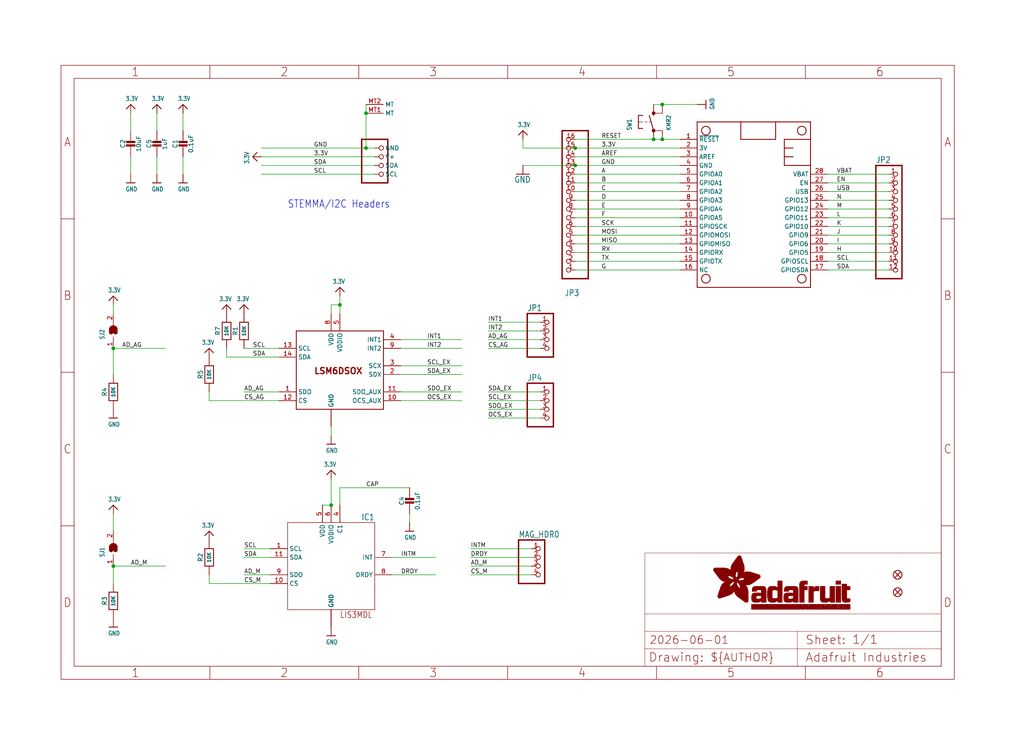
<source format=kicad_sch>
(kicad_sch (version 20230121) (generator eeschema)
  (paper "User" 298.45 217.322)
  (lib_symbols
    (symbol "working-eagle-import:3.3V" (power)
      (property "Value" "3.3V" (at -1.524 1.016 0))
      (symbol "3.3V_1_0"
        (pin power_in line (at 0 -2.54 90) (length 2.54) (name "3.3V") (number "1"))
      )
    )
    (symbol "working-eagle-import:CAP_CERAMIC0603_NO"
      (property "Reference" "C" (at -2.29 1.25 90))
      (symbol "CAP_CERAMIC0603_NO_1_0"
        (pin passive line (at 0 5.08 270) (length 2.54) (name "1") (number "1"))
        (pin passive line (at 0 -2.54 90) (length 2.54) (name "2") (number "2"))
      )
    )
    (symbol "working-eagle-import:CAP_CERAMIC0805-NOOUTLINE"
      (property "Reference" "C" (at -2.29 1.25 90))
      (symbol "CAP_CERAMIC0805-NOOUTLINE_1_0"
        (pin passive line (at 0 5.08 270) (length 2.54) (name "1") (number "1"))
        (pin passive line (at 0 -2.54 90) (length 2.54) (name "2") (number "2"))
      )
    )
    (symbol "working-eagle-import:FEATHERWING"
      (symbol "FEATHERWING_1_0"
        (pin input line (at 5.08 -5.08 90) (length 5.08) (name "~{RESET}") (number "1"))
        (pin bidirectional line (at 27.94 -5.08 90) (length 5.08) (name "GPIOA5") (number "10"))
        (pin bidirectional line (at 30.48 -5.08 90) (length 5.08) (name "GPIOSCK") (number "11"))
        (pin bidirectional line (at 33.02 -5.08 90) (length 5.08) (name "GPIOMOSI") (number "12"))
        (pin bidirectional line (at 35.56 -5.08 90) (length 5.08) (name "GPIOMISO") (number "13"))
        (pin bidirectional line (at 38.1 -5.08 90) (length 5.08) (name "GPIORX") (number "14"))
        (pin bidirectional line (at 40.64 -5.08 90) (length 5.08) (name "GPIOTX") (number "15"))
        (pin passive line (at 43.18 -5.08 90) (length 5.08) (name "NC") (number "16"))
        (pin bidirectional line (at 43.18 38.1 270) (length 5.08) (name "GPIOSDA") (number "17"))
        (pin bidirectional line (at 40.64 38.1 270) (length 5.08) (name "GPIOSCL") (number "18"))
        (pin bidirectional line (at 38.1 38.1 270) (length 5.08) (name "GPIO5") (number "19"))
        (pin power_in line (at 7.62 -5.08 90) (length 5.08) (name "3V") (number "2"))
        (pin bidirectional line (at 35.56 38.1 270) (length 5.08) (name "GPIO6") (number "20"))
        (pin bidirectional line (at 33.02 38.1 270) (length 5.08) (name "GPIO9") (number "21"))
        (pin bidirectional line (at 30.48 38.1 270) (length 5.08) (name "GPIO10") (number "22"))
        (pin bidirectional line (at 27.94 38.1 270) (length 5.08) (name "GPIO11") (number "23"))
        (pin bidirectional line (at 25.4 38.1 270) (length 5.08) (name "GPIO12") (number "24"))
        (pin bidirectional line (at 22.86 38.1 270) (length 5.08) (name "GPIO13") (number "25"))
        (pin power_in line (at 20.32 38.1 270) (length 5.08) (name "USB") (number "26"))
        (pin passive line (at 17.78 38.1 270) (length 5.08) (name "EN") (number "27"))
        (pin power_in line (at 15.24 38.1 270) (length 5.08) (name "VBAT") (number "28"))
        (pin passive line (at 10.16 -5.08 90) (length 5.08) (name "AREF") (number "3"))
        (pin power_in line (at 12.7 -5.08 90) (length 5.08) (name "GND") (number "4"))
        (pin bidirectional line (at 15.24 -5.08 90) (length 5.08) (name "GPIOA0") (number "5"))
        (pin bidirectional line (at 17.78 -5.08 90) (length 5.08) (name "GPIOA1") (number "6"))
        (pin bidirectional line (at 20.32 -5.08 90) (length 5.08) (name "GPIOA2") (number "7"))
        (pin bidirectional line (at 22.86 -5.08 90) (length 5.08) (name "GPIOA3") (number "8"))
        (pin bidirectional line (at 25.4 -5.08 90) (length 5.08) (name "GPIOA4") (number "9"))
      )
    )
    (symbol "working-eagle-import:FIDUCIAL_1MM")
    (symbol "working-eagle-import:FRAME_A4_ADAFRUIT"
      (symbol "FRAME_A4_ADAFRUIT_1_0"
        (text "${#}/${##}" (at 230.505 10.16 0) (effects (font (size 2.54 2.54)) (justify left bottom)))
        (text "${AUTHOR}" (at 189.23 5.08 0) (effects (font (size 2.286 2.286)) (justify left bottom)))
        (text "${CURRENT_DATE}" (at 171.45 10.16 0) (effects (font (size 2.286 2.286)) (justify left bottom)))
        (text "${PROJECTNAME}" (at 171.45 15.24 0) (effects (font (size 2.54 2.54)) (justify left bottom)))
        (text "1" (at 21.6958 1.905 0) (effects (font (size 2.54 2.286))))
        (text "1" (at 21.6958 177.165 0) (effects (font (size 2.54 2.286))))
        (text "2" (at 65.0875 1.905 0) (effects (font (size 2.54 2.286))))
        (text "2" (at 65.0875 177.165 0) (effects (font (size 2.54 2.286))))
        (text "3" (at 108.4792 1.905 0) (effects (font (size 2.54 2.286))))
        (text "3" (at 108.4792 177.165 0) (effects (font (size 2.54 2.286))))
        (text "4" (at 151.8708 1.905 0) (effects (font (size 2.54 2.286))))
        (text "4" (at 151.8708 177.165 0) (effects (font (size 2.54 2.286))))
        (text "5" (at 195.2625 1.905 0) (effects (font (size 2.54 2.286))))
        (text "5" (at 195.2625 177.165 0) (effects (font (size 2.54 2.286))))
        (text "6" (at 238.6542 1.905 0) (effects (font (size 2.54 2.286))))
        (text "6" (at 238.6542 177.165 0) (effects (font (size 2.54 2.286))))
        (text "A" (at 1.905 156.6863 0) (effects (font (size 2.54 2.286))))
        (text "A" (at 258.445 156.6863 0) (effects (font (size 2.54 2.286))))
        (text "Adafruit Industries" (at 216.916 4.953 0) (effects (font (size 2.54 2.54)) (justify left bottom)))
        (text "B" (at 1.905 111.9188 0) (effects (font (size 2.54 2.286))))
        (text "B" (at 258.445 111.9188 0) (effects (font (size 2.54 2.286))))
        (text "C" (at 1.905 67.1513 0) (effects (font (size 2.54 2.286))))
        (text "C" (at 258.445 67.1513 0) (effects (font (size 2.54 2.286))))
        (text "D" (at 1.905 22.3838 0) (effects (font (size 2.54 2.286))))
        (text "D" (at 258.445 22.3838 0) (effects (font (size 2.54 2.286))))
        (text "Drawing:" (at 171.196 4.953 0) (effects (font (size 2.54 2.54)) (justify left bottom)))
        (text "Sheet:" (at 216.916 10.033 0) (effects (font (size 2.54 2.54)) (justify left bottom)))
      )
    )
    (symbol "working-eagle-import:GND" (power)
      (property "Value" "GND" (at -1.524 -2.54 0))
      (symbol "GND_1_0"
        (pin power_in line (at 0 2.54 270) (length 2.54) (name "GND") (number "1"))
      )
    )
    (symbol "working-eagle-import:HEADER-1X12"
      (property "Reference" "JP" (at -6.35 18.415 0))
      (symbol "HEADER-1X12_1_0"
        (pin passive inverted (at -2.54 15.24 0) (length 2.54) (name "1") (number "1"))
        (pin passive inverted (at -2.54 -7.62 0) (length 2.54) (name "10") (number "10"))
        (pin passive inverted (at -2.54 -10.16 0) (length 2.54) (name "11") (number "11"))
        (pin passive inverted (at -2.54 -12.7 0) (length 2.54) (name "12") (number "12"))
        (pin passive inverted (at -2.54 12.7 0) (length 2.54) (name "2") (number "2"))
        (pin passive inverted (at -2.54 10.16 0) (length 2.54) (name "3") (number "3"))
        (pin passive inverted (at -2.54 7.62 0) (length 2.54) (name "4") (number "4"))
        (pin passive inverted (at -2.54 5.08 0) (length 2.54) (name "5") (number "5"))
        (pin passive inverted (at -2.54 2.54 0) (length 2.54) (name "6") (number "6"))
        (pin passive inverted (at -2.54 0 0) (length 2.54) (name "7") (number "7"))
        (pin passive inverted (at -2.54 -2.54 0) (length 2.54) (name "8") (number "8"))
        (pin passive inverted (at -2.54 -5.08 0) (length 2.54) (name "9") (number "9"))
      )
    )
    (symbol "working-eagle-import:HEADER-1X16ROUND"
      (property "Reference" "JP" (at -6.35 20.955 0))
      (symbol "HEADER-1X16ROUND_1_0"
        (pin passive inverted (at -2.54 17.78 0) (length 2.54) (name "1") (number "1"))
        (pin passive inverted (at -2.54 -5.08 0) (length 2.54) (name "10") (number "10"))
        (pin passive inverted (at -2.54 -7.62 0) (length 2.54) (name "11") (number "11"))
        (pin passive inverted (at -2.54 -10.16 0) (length 2.54) (name "12") (number "12"))
        (pin passive inverted (at -2.54 -12.7 0) (length 2.54) (name "13") (number "13"))
        (pin passive inverted (at -2.54 -15.24 0) (length 2.54) (name "14") (number "14"))
        (pin passive inverted (at -2.54 -17.78 0) (length 2.54) (name "15") (number "15"))
        (pin passive inverted (at -2.54 -20.32 0) (length 2.54) (name "16") (number "16"))
        (pin passive inverted (at -2.54 15.24 0) (length 2.54) (name "2") (number "2"))
        (pin passive inverted (at -2.54 12.7 0) (length 2.54) (name "3") (number "3"))
        (pin passive inverted (at -2.54 10.16 0) (length 2.54) (name "4") (number "4"))
        (pin passive inverted (at -2.54 7.62 0) (length 2.54) (name "5") (number "5"))
        (pin passive inverted (at -2.54 5.08 0) (length 2.54) (name "6") (number "6"))
        (pin passive inverted (at -2.54 2.54 0) (length 2.54) (name "7") (number "7"))
        (pin passive inverted (at -2.54 0 0) (length 2.54) (name "8") (number "8"))
        (pin passive inverted (at -2.54 -2.54 0) (length 2.54) (name "9") (number "9"))
      )
    )
    (symbol "working-eagle-import:HEADER-1X4ROUND"
      (property "Reference" "JP" (at -6.35 8.255 0))
      (symbol "HEADER-1X4ROUND_1_0"
        (pin passive inverted (at -2.54 5.08 0) (length 2.54) (name "1") (number "1"))
        (pin passive inverted (at -2.54 2.54 0) (length 2.54) (name "2") (number "2"))
        (pin passive inverted (at -2.54 0 0) (length 2.54) (name "3") (number "3"))
        (pin passive inverted (at -2.54 -2.54 0) (length 2.54) (name "4") (number "4"))
      )
    )
    (symbol "working-eagle-import:LIS3MDL"
      (property "Reference" "IC" (at 12.7 15.24 0))
      (symbol "LIS3MDL_1_0"
        (text "LIS3MDL" (at 2.54 -15.24 0) (effects (font (size 1.778 1.5113)) (justify left bottom)))
        (pin input line (at -17.78 5.08 0) (length 5.08) (name "SCL") (number "1"))
        (pin input line (at -17.78 -5.08 0) (length 5.08) (name "CS") (number "10"))
        (pin bidirectional line (at -17.78 2.54 0) (length 5.08) (name "SDA") (number "11"))
        (pin power_in line (at 0 -17.78 90) (length 5.08) (name "GND") (number "12"))
        (pin power_in line (at 0 -17.78 90) (length 5.08) (name "GND") (number "2"))
        (pin power_in line (at 0 -17.78 90) (length 5.08) (name "GND") (number "3"))
        (pin input line (at 2.54 17.78 270) (length 5.08) (name "C1") (number "4"))
        (pin power_in line (at -2.54 17.78 270) (length 5.08) (name "VDD") (number "5"))
        (pin power_in line (at 0 17.78 270) (length 5.08) (name "VDDIO") (number "6"))
        (pin output line (at 17.78 2.54 180) (length 5.08) (name "INT") (number "7"))
        (pin output line (at 17.78 -2.54 180) (length 5.08) (name "DRDY") (number "8"))
        (pin bidirectional line (at -17.78 -2.54 0) (length 5.08) (name "SDO") (number "9"))
      )
    )
    (symbol "working-eagle-import:LSM6DSOX"
      (symbol "LSM6DSOX_1_0"
        (text "LSM6DSOX" (at -5.08 -2.54 0) (effects (font (size 1.778 1.778) (thickness 0.3556) bold) (justify left bottom)))
        (pin bidirectional line (at -15.24 -7.62 0) (length 5.08) (name "SDO") (number "1"))
        (pin bidirectional line (at 20.32 -10.16 180) (length 5.08) (name "OCS_AUX") (number "10"))
        (pin bidirectional line (at 20.32 -7.62 180) (length 5.08) (name "SDO_AUX") (number "11"))
        (pin bidirectional line (at -15.24 -10.16 0) (length 5.08) (name "CS") (number "12"))
        (pin bidirectional line (at -15.24 5.08 0) (length 5.08) (name "SCL") (number "13"))
        (pin bidirectional line (at -15.24 2.54 0) (length 5.08) (name "SDA") (number "14"))
        (pin bidirectional line (at 20.32 -2.54 180) (length 5.08) (name "SDX") (number "2"))
        (pin bidirectional line (at 20.32 0 180) (length 5.08) (name "SCX") (number "3"))
        (pin bidirectional line (at 20.32 7.62 180) (length 5.08) (name "INT1") (number "4"))
        (pin power_in line (at 2.54 15.24 270) (length 5.08) (name "VDDIO") (number "5"))
        (pin power_in line (at 0 -17.78 90) (length 5.08) (name "GND") (number "6"))
        (pin power_in line (at 0 -17.78 90) (length 5.08) (name "GND") (number "7"))
        (pin power_in line (at 0 15.24 270) (length 5.08) (name "VDD") (number "8"))
        (pin bidirectional line (at 20.32 5.08 180) (length 5.08) (name "INT2") (number "9"))
      )
    )
    (symbol "working-eagle-import:RESISTOR_0603_NOOUT"
      (property "Reference" "R" (at 0 2.54 0))
      (symbol "RESISTOR_0603_NOOUT_1_0"
        (pin passive line (at -5.08 0 0) (length 2.54) (name "1") (number "1"))
        (pin passive line (at 5.08 0 180) (length 2.54) (name "2") (number "2"))
      )
    )
    (symbol "working-eagle-import:SOLDERJUMPER"
      (property "Reference" "SJ" (at -2.54 2.54 0))
      (symbol "SOLDERJUMPER_1_0"
        (pin passive line (at -5.08 0 0) (length 2.54) (name "1") (number "1"))
        (pin passive line (at 5.08 0 180) (length 2.54) (name "2") (number "2"))
      )
    )
    (symbol "working-eagle-import:STEMMA_I2C_QT"
      (symbol "STEMMA_I2C_QT_1_0"
        (pin passive inverted (at 0 5.08 0) (length 2.54) (name "GND") (number "1"))
        (pin passive inverted (at 0 2.54 0) (length 2.54) (name "V+") (number "2"))
        (pin passive inverted (at 0 0 0) (length 2.54) (name "SDA") (number "3"))
        (pin passive inverted (at 0 -2.54 0) (length 2.54) (name "SCL") (number "4"))
      )
      (symbol "STEMMA_I2C_QT_2_0"
        (pin bidirectional line (at 0 0 0) (length 5.08) (name "MT") (number "MT1"))
      )
      (symbol "STEMMA_I2C_QT_3_0"
        (pin bidirectional line (at 0 0 0) (length 5.08) (name "MT") (number "MT2"))
      )
    )
    (symbol "working-eagle-import:SWITCH_TACT_SMT4.6X2.8"
      (property "Reference" "SW" (at -2.54 6.35 0))
      (symbol "SWITCH_TACT_SMT4.6X2.8_1_0"
        (pin passive line (at -5.08 0 0) (length 2.54) (name "P") (number "A"))
        (pin passive line (at -5.08 -2.54 0) (length 2.54) (name "P1") (number "A'"))
        (pin passive line (at 5.08 0 180) (length 2.54) (name "S") (number "B"))
        (pin passive line (at 5.08 -2.54 180) (length 2.54) (name "S1") (number "B'"))
      )
    )
    (symbol "working-eagle-import:supply1_GND" (power)
      (property "Value" "supply1_GND" (at -2.54 -2.54 0))
      (symbol "supply1_GND_1_0"
        (pin power_in line (at 0 2.54 270) (length 2.54) (name "GND") (number "1"))
      )
    )
  )
  (junction (at 96.52 147.32))
  (junction (at 167.64 48.26))
  (junction (at 167.64 43.18))
  (junction (at 193.04 40.64))
  (junction (at 190.5 40.64))
  (junction (at 99.06 88.9))
  (junction (at 193.04 30.48))
  (junction (at 106.68 33.02))
  (junction (at 106.68 43.18))
  (junction (at 33.02 165.1))
  (junction (at 33.02 101.6))
  (wire (pts (xy 99.06 88.9) (xy 99.06 86.36)) (stroke (width 0.1524)))
  (wire (pts (xy 259.08 76.2) (xy 241.3 76.2)) (stroke (width 0.1524)))
  (wire (pts (xy 60.96 167.64) (xy 60.96 170.18)) (stroke (width 0.1524)))
  (wire (pts (xy 96.52 88.9) (xy 96.52 91.44)) (stroke (width 0.1524)))
  (wire (pts (xy 71.12 101.6) (xy 81.28 101.6)) (stroke (width 0.1524)))
  (wire (pts (xy 134.62 101.6) (xy 116.84 101.6)) (stroke (width 0.1524)))
  (wire (pts (xy 167.64 78.74) (xy 198.12 78.74)) (stroke (width 0.1524)))
  (wire (pts (xy 167.64 66.04) (xy 198.12 66.04)) (stroke (width 0.1524)))
  (wire (pts (xy 193.04 40.64) (xy 198.12 40.64)) (stroke (width 0.1524)))
  (wire (pts (xy 259.08 50.8) (xy 241.3 50.8)) (stroke (width 0.1524)))
  (wire (pts (xy 167.64 71.12) (xy 198.12 71.12)) (stroke (width 0.1524)))
  (wire (pts (xy 167.64 48.26) (xy 198.12 48.26)) (stroke (width 0.1524)))
  (wire (pts (xy 33.02 91.44) (xy 33.02 88.9)) (stroke (width 0.1524)))
  (wire (pts (xy 157.48 119.38) (xy 142.24 119.38)) (stroke (width 0.1524)))
  (wire (pts (xy 33.02 165.1) (xy 33.02 170.18)) (stroke (width 0.1524)))
  (wire (pts (xy 119.38 149.86) (xy 119.38 152.4)) (stroke (width 0.1524)))
  (wire (pts (xy 78.74 167.64) (xy 71.12 167.64)) (stroke (width 0.1524)))
  (wire (pts (xy 33.02 149.86) (xy 33.02 154.94)) (stroke (width 0.1524)))
  (wire (pts (xy 259.08 71.12) (xy 241.3 71.12)) (stroke (width 0.1524)))
  (wire (pts (xy 154.94 165.1) (xy 137.16 165.1)) (stroke (width 0.1524)))
  (wire (pts (xy 193.04 30.48) (xy 203.2 30.48)) (stroke (width 0.1524)))
  (wire (pts (xy 38.1 38.1) (xy 38.1 33.02)) (stroke (width 0.1524)))
  (wire (pts (xy 76.2 50.8) (xy 109.22 50.8)) (stroke (width 0.1524)))
  (wire (pts (xy 116.84 99.06) (xy 134.62 99.06)) (stroke (width 0.1524)))
  (wire (pts (xy 71.12 162.56) (xy 78.74 162.56)) (stroke (width 0.1524)))
  (wire (pts (xy 167.64 60.96) (xy 198.12 60.96)) (stroke (width 0.1524)))
  (wire (pts (xy 99.06 147.32) (xy 99.06 142.24)) (stroke (width 0.1524)))
  (wire (pts (xy 157.48 99.06) (xy 142.24 99.06)) (stroke (width 0.1524)))
  (wire (pts (xy 259.08 68.58) (xy 241.3 68.58)) (stroke (width 0.1524)))
  (wire (pts (xy 81.28 104.14) (xy 66.04 104.14)) (stroke (width 0.1524)))
  (wire (pts (xy 259.08 60.96) (xy 241.3 60.96)) (stroke (width 0.1524)))
  (wire (pts (xy 106.68 33.02) (xy 106.68 43.18)) (stroke (width 0.1524)))
  (wire (pts (xy 259.08 58.42) (xy 241.3 58.42)) (stroke (width 0.1524)))
  (wire (pts (xy 167.64 50.8) (xy 198.12 50.8)) (stroke (width 0.1524)))
  (wire (pts (xy 33.02 101.6) (xy 48.26 101.6)) (stroke (width 0.1524)))
  (wire (pts (xy 60.96 116.84) (xy 60.96 114.3)) (stroke (width 0.1524)))
  (wire (pts (xy 142.24 116.84) (xy 157.48 116.84)) (stroke (width 0.1524)))
  (wire (pts (xy 154.94 167.64) (xy 137.16 167.64)) (stroke (width 0.1524)))
  (wire (pts (xy 259.08 63.5) (xy 241.3 63.5)) (stroke (width 0.1524)))
  (wire (pts (xy 116.84 114.3) (xy 134.62 114.3)) (stroke (width 0.1524)))
  (wire (pts (xy 76.2 45.72) (xy 109.22 45.72)) (stroke (width 0.1524)))
  (wire (pts (xy 116.84 116.84) (xy 134.62 116.84)) (stroke (width 0.1524)))
  (wire (pts (xy 106.68 43.18) (xy 76.2 43.18)) (stroke (width 0.1524)))
  (wire (pts (xy 137.16 162.56) (xy 154.94 162.56)) (stroke (width 0.1524)))
  (wire (pts (xy 33.02 165.1) (xy 48.26 165.1)) (stroke (width 0.1524)))
  (wire (pts (xy 78.74 160.02) (xy 71.12 160.02)) (stroke (width 0.1524)))
  (wire (pts (xy 167.64 63.5) (xy 198.12 63.5)) (stroke (width 0.1524)))
  (wire (pts (xy 167.64 58.42) (xy 198.12 58.42)) (stroke (width 0.1524)))
  (wire (pts (xy 96.52 88.9) (xy 99.06 88.9)) (stroke (width 0.1524)))
  (wire (pts (xy 45.72 45.72) (xy 45.72 50.8)) (stroke (width 0.1524)))
  (wire (pts (xy 134.62 109.22) (xy 116.84 109.22)) (stroke (width 0.1524)))
  (wire (pts (xy 96.52 147.32) (xy 96.52 139.7)) (stroke (width 0.1524)))
  (wire (pts (xy 142.24 96.52) (xy 157.48 96.52)) (stroke (width 0.1524)))
  (wire (pts (xy 45.72 38.1) (xy 45.72 33.02)) (stroke (width 0.1524)))
  (wire (pts (xy 167.64 55.88) (xy 198.12 55.88)) (stroke (width 0.1524)))
  (wire (pts (xy 53.34 33.02) (xy 53.34 38.1)) (stroke (width 0.1524)))
  (wire (pts (xy 81.28 116.84) (xy 60.96 116.84)) (stroke (width 0.1524)))
  (wire (pts (xy 53.34 45.72) (xy 53.34 50.8)) (stroke (width 0.1524)))
  (wire (pts (xy 167.64 40.64) (xy 190.5 40.64)) (stroke (width 0.1524)))
  (wire (pts (xy 167.64 68.58) (xy 198.12 68.58)) (stroke (width 0.1524)))
  (wire (pts (xy 259.08 73.66) (xy 241.3 73.66)) (stroke (width 0.1524)))
  (wire (pts (xy 78.74 170.18) (xy 60.96 170.18)) (stroke (width 0.1524)))
  (wire (pts (xy 167.64 43.18) (xy 198.12 43.18)) (stroke (width 0.1524)))
  (wire (pts (xy 259.08 66.04) (xy 241.3 66.04)) (stroke (width 0.1524)))
  (wire (pts (xy 81.28 114.3) (xy 71.12 114.3)) (stroke (width 0.1524)))
  (wire (pts (xy 116.84 106.68) (xy 134.62 106.68)) (stroke (width 0.1524)))
  (wire (pts (xy 167.64 76.2) (xy 198.12 76.2)) (stroke (width 0.1524)))
  (wire (pts (xy 259.08 78.74) (xy 241.3 78.74)) (stroke (width 0.1524)))
  (wire (pts (xy 93.98 147.32) (xy 96.52 147.32)) (stroke (width 0.1524)))
  (wire (pts (xy 33.02 109.22) (xy 33.02 101.6)) (stroke (width 0.1524)))
  (wire (pts (xy 96.52 124.46) (xy 96.52 127)) (stroke (width 0.1524)))
  (wire (pts (xy 157.48 114.3) (xy 142.24 114.3)) (stroke (width 0.1524)))
  (wire (pts (xy 142.24 121.92) (xy 157.48 121.92)) (stroke (width 0.1524)))
  (wire (pts (xy 167.64 73.66) (xy 198.12 73.66)) (stroke (width 0.1524)))
  (wire (pts (xy 127 167.64) (xy 114.3 167.64)) (stroke (width 0.1524)))
  (wire (pts (xy 99.06 142.24) (xy 119.38 142.24)) (stroke (width 0.1524)))
  (wire (pts (xy 190.5 40.64) (xy 193.04 40.64)) (stroke (width 0.1524)))
  (wire (pts (xy 142.24 101.6) (xy 157.48 101.6)) (stroke (width 0.1524)))
  (wire (pts (xy 66.04 104.14) (xy 66.04 101.6)) (stroke (width 0.1524)))
  (wire (pts (xy 106.68 30.48) (xy 106.68 33.02)) (stroke (width 0.1524)))
  (wire (pts (xy 109.22 48.26) (xy 76.2 48.26)) (stroke (width 0.1524)))
  (wire (pts (xy 167.64 45.72) (xy 198.12 45.72)) (stroke (width 0.1524)))
  (wire (pts (xy 259.08 53.34) (xy 241.3 53.34)) (stroke (width 0.1524)))
  (wire (pts (xy 157.48 93.98) (xy 142.24 93.98)) (stroke (width 0.1524)))
  (wire (pts (xy 114.3 162.56) (xy 127 162.56)) (stroke (width 0.1524)))
  (wire (pts (xy 38.1 45.72) (xy 38.1 50.8)) (stroke (width 0.1524)))
  (wire (pts (xy 259.08 55.88) (xy 241.3 55.88)) (stroke (width 0.1524)))
  (wire (pts (xy 190.5 30.48) (xy 193.04 30.48)) (stroke (width 0.1524)))
  (wire (pts (xy 167.64 43.18) (xy 152.4 43.18)) (stroke (width 0.1524)))
  (wire (pts (xy 152.4 43.18) (xy 152.4 40.64)) (stroke (width 0.1524)))
  (wire (pts (xy 167.64 48.26) (xy 152.4 48.26)) (stroke (width 0.1524)))
  (wire (pts (xy 154.94 160.02) (xy 137.16 160.02)) (stroke (width 0.1524)))
  (wire (pts (xy 167.64 53.34) (xy 198.12 53.34)) (stroke (width 0.1524)))
  (wire (pts (xy 99.06 91.44) (xy 99.06 88.9)) (stroke (width 0.1524)))
  (wire (pts (xy 109.22 43.18) (xy 106.68 43.18)) (stroke (width 0.1524)))
  (text "STEMMA/I2C Headers" (at 83.82 60.96 0) (effects (font (size 2.1844 1.8567)) (justify left bottom)))
  (label "SDA" (at 91.44 48.26 0) (effects (font (size 1.2446 1.2446))))
  (label "AD_M" (at 71.12 167.64 0) (effects (font (size 1.2446 1.2446))))
  (label "E" (at 175.26 60.96 0) (effects (font (size 1.2446 1.2446))))
  (label "USB" (at 243.84 55.88 0) (effects (font (size 1.2446 1.2446))))
  (label "AD_M" (at 137.16 165.1 0) (effects (font (size 1.2446 1.2446))))
  (label "K" (at 243.84 66.04 0) (effects (font (size 1.2446 1.2446))))
  (label "I" (at 243.84 71.12 0) (effects (font (size 1.2446 1.2446))))
  (label "CS_M" (at 137.16 167.64 0) (effects (font (size 1.2446 1.2446))))
  (label "G" (at 175.26 78.74 0) (effects (font (size 1.2446 1.2446))))
  (label "SCL" (at 71.12 160.02 0) (effects (font (size 1.2446 1.2446))))
  (label "M" (at 243.84 60.96 0) (effects (font (size 1.2446 1.2446))))
  (label "AD_M" (at 38.1 165.1 0) (effects (font (size 1.2446 1.2446))))
  (label "INTM" (at 116.84 162.56 0) (effects (font (size 1.2446 1.2446))))
  (label "GND" (at 175.26 48.26 0) (effects (font (size 1.2446 1.2446))))
  (label "C" (at 175.26 55.88 0) (effects (font (size 1.2446 1.2446))))
  (label "INT2" (at 142.24 96.52 0) (effects (font (size 1.2446 1.2446))))
  (label "CAP" (at 106.68 142.24 0) (effects (font (size 1.2446 1.2446))))
  (label "INT1" (at 142.24 93.98 0) (effects (font (size 1.2446 1.2446))))
  (label "RESET" (at 175.26 40.64 0) (effects (font (size 1.2446 1.2446))))
  (label "SCL_EX" (at 142.24 116.84 0) (effects (font (size 1.2446 1.2446))))
  (label "CS_AG" (at 142.24 101.6 0) (effects (font (size 1.2446 1.2446))))
  (label "SCK" (at 175.26 66.04 0) (effects (font (size 1.2446 1.2446))))
  (label "SDO_EX" (at 124.46 114.3 0) (effects (font (size 1.2446 1.2446))))
  (label "OCS_EX" (at 142.24 121.92 0) (effects (font (size 1.2446 1.2446))))
  (label "INTM" (at 137.16 160.02 0) (effects (font (size 1.2446 1.2446))))
  (label "N" (at 243.84 58.42 0) (effects (font (size 1.2446 1.2446))))
  (label "SCL_EX" (at 124.46 106.68 0) (effects (font (size 1.2446 1.2446))))
  (label "INT1" (at 124.46 99.06 0) (effects (font (size 1.2446 1.2446))))
  (label "CS_M" (at 71.12 170.18 0) (effects (font (size 1.2446 1.2446))))
  (label "F" (at 175.26 63.5 0) (effects (font (size 1.2446 1.2446))))
  (label "3.3V" (at 175.26 43.18 0) (effects (font (size 1.2446 1.2446))))
  (label "SCL" (at 243.84 76.2 0) (effects (font (size 1.2446 1.2446))))
  (label "DRDY" (at 137.16 162.56 0) (effects (font (size 1.2446 1.2446))))
  (label "MOSI" (at 175.26 68.58 0) (effects (font (size 1.2446 1.2446))))
  (label "AD_AG" (at 142.24 99.06 0) (effects (font (size 1.2446 1.2446))))
  (label "AD_AG" (at 35.56 101.6 0) (effects (font (size 1.2446 1.2446))))
  (label "D" (at 175.26 58.42 0) (effects (font (size 1.2446 1.2446))))
  (label "SCL" (at 91.44 50.8 0) (effects (font (size 1.2446 1.2446))))
  (label "MISO" (at 175.26 71.12 0) (effects (font (size 1.2446 1.2446))))
  (label "H" (at 243.84 73.66 0) (effects (font (size 1.2446 1.2446))))
  (label "EN" (at 243.84 53.34 0) (effects (font (size 1.2446 1.2446))))
  (label "A" (at 175.26 50.8 0) (effects (font (size 1.2446 1.2446))))
  (label "SDA_EX" (at 142.24 114.3 0) (effects (font (size 1.2446 1.2446))))
  (label "AREF" (at 175.26 45.72 0) (effects (font (size 1.2446 1.2446))))
  (label "3.3V" (at 91.44 45.72 0) (effects (font (size 1.2446 1.2446))))
  (label "OCS_EX" (at 124.46 116.84 0) (effects (font (size 1.2446 1.2446))))
  (label "AD_AG" (at 71.12 114.3 0) (effects (font (size 1.2446 1.2446))))
  (label "SDA_EX" (at 124.46 109.22 0) (effects (font (size 1.2446 1.2446))))
  (label "CS_AG" (at 71.12 116.84 0) (effects (font (size 1.2446 1.2446))))
  (label "RX" (at 175.26 73.66 0) (effects (font (size 1.2446 1.2446))))
  (label "SDO_EX" (at 142.24 119.38 0) (effects (font (size 1.2446 1.2446))))
  (label "GND" (at 91.44 43.18 0) (effects (font (size 1.2446 1.2446))))
  (label "SCL" (at 73.66 101.6 0) (effects (font (size 1.2446 1.2446))))
  (label "SDA" (at 73.66 104.14 0) (effects (font (size 1.2446 1.2446))))
  (label "SDA" (at 71.12 162.56 0) (effects (font (size 1.2446 1.2446))))
  (label "SDA" (at 243.84 78.74 0) (effects (font (size 1.2446 1.2446))))
  (label "DRDY" (at 116.84 167.64 0) (effects (font (size 1.2446 1.2446))))
  (label "VBAT" (at 243.84 50.8 0) (effects (font (size 1.2446 1.2446))))
  (label "J" (at 243.84 68.58 0) (effects (font (size 1.2446 1.2446))))
  (label "L" (at 243.84 63.5 0) (effects (font (size 1.2446 1.2446))))
  (label "INT2" (at 124.46 101.6 0) (effects (font (size 1.2446 1.2446))))
  (label "B" (at 175.26 53.34 0) (effects (font (size 1.2446 1.2446))))
  (label "TX" (at 175.26 76.2 0) (effects (font (size 1.2446 1.2446))))
  (symbol (lib_id "working-eagle-import:GND") (at 96.52 185.42 0) (unit 1)
    (property "Reference" "#U$2" (effects hide))
    (property "Value" "GND" (at 94.996 187.96 0) (effects (font (size 1.27 1.0795)) (justify left bottom)))
  )
  (symbol (lib_id "working-eagle-import:HEADER-1X12") (at 261.62 66.04 0) (unit 1)
    (property "Reference" "JP2" (at 255.27 47.625 0) (effects (font (size 1.778 1.5113)) (justify left bottom)))
    (property "Value" "HEADER-1X12" (effects hide))
    (property "Footprint" "working:1X12_ROUND" (effects hide))
  )
  (symbol (lib_id "working-eagle-import:3.3V") (at 33.02 147.32 0) (unit 1)
    (property "Reference" "#U$33" (effects hide))
    (property "Value" "3.3V" (at 31.496 146.304 0) (effects (font (size 1.27 1.0795)) (justify left bottom)))
  )
  (symbol (lib_id "working-eagle-import:FRAME_A4_ADAFRUIT") (at 17.78 198.12 0) (unit 1)
    (property "Reference" "#U$18" (effects hide))
    (property "Value" "FRAME_A4_ADAFRUIT" (effects hide))
  )
  (symbol (lib_id "working-eagle-import:3.3V") (at 99.06 83.82 0) (mirror y) (unit 1)
    (property "Reference" "#U$28" (effects hide))
    (property "Value" "3.3V" (at 100.584 82.804 0) (effects (font (size 1.27 1.0795)) (justify left bottom)))
  )
  (symbol (lib_id "working-eagle-import:STEMMA_I2C_QT") (at 106.68 30.48 0) (unit 3)
    (property "Reference" "CONN4" (effects hide))
    (property "Value" "STEMMA_I2C_QT" (effects hide))
    (property "Footprint" "working:JST_SH4" (effects hide))
  )
  (symbol (lib_id "working-eagle-import:RESISTOR_0603_NOOUT") (at 60.96 162.56 90) (unit 1)
    (property "Reference" "R2" (at 58.42 162.56 0))
    (property "Value" "10K" (at 60.96 162.56 0) (effects (font (size 1.016 1.016) bold)))
    (property "Footprint" "working:0603-NO" (effects hide))
  )
  (symbol (lib_id "working-eagle-import:3.3V") (at 96.52 137.16 0) (mirror y) (unit 1)
    (property "Reference" "#U$4" (effects hide))
    (property "Value" "3.3V" (at 98.044 136.144 0) (effects (font (size 1.27 1.0795)) (justify left bottom)))
  )
  (symbol (lib_id "working-eagle-import:3.3V") (at 152.4 38.1 0) (unit 1)
    (property "Reference" "#U$40" (effects hide))
    (property "Value" "3.3V" (at 150.876 37.084 0) (effects (font (size 1.27 1.0795)) (justify left bottom)))
  )
  (symbol (lib_id "working-eagle-import:HEADER-1X4ROUND") (at 160.02 119.38 0) (unit 1)
    (property "Reference" "JP4" (at 153.67 111.125 0) (effects (font (size 1.778 1.5113)) (justify left bottom)))
    (property "Value" "HEADER-1X4ROUND" (effects hide))
    (property "Footprint" "working:1X04_ROUND" (effects hide))
  )
  (symbol (lib_id "working-eagle-import:HEADER-1X4ROUND") (at 157.48 165.1 0) (unit 1)
    (property "Reference" "MAG_HDR0" (at 151.13 156.845 0) (effects (font (size 1.778 1.5113)) (justify left bottom)))
    (property "Value" "HEADER-1X4ROUND" (effects hide))
    (property "Footprint" "working:1X04_ROUND" (effects hide))
  )
  (symbol (lib_id "working-eagle-import:supply1_GND") (at 152.4 50.8 0) (unit 1)
    (property "Reference" "#GND1" (effects hide))
    (property "Value" "GND" (at 149.86 53.34 0) (effects (font (size 1.778 1.5113)) (justify left bottom)))
  )
  (symbol (lib_id "working-eagle-import:GND") (at 33.02 121.92 0) (unit 1)
    (property "Reference" "#U$8" (effects hide))
    (property "Value" "GND" (at 31.496 124.46 0) (effects (font (size 1.27 1.0795)) (justify left bottom)))
  )
  (symbol (lib_id "working-eagle-import:RESISTOR_0603_NOOUT") (at 71.12 96.52 90) (unit 1)
    (property "Reference" "R1" (at 68.58 96.52 0))
    (property "Value" "10K" (at 71.12 96.52 0) (effects (font (size 1.016 1.016) bold)))
    (property "Footprint" "working:0603-NO" (effects hide))
  )
  (symbol (lib_id "working-eagle-import:STEMMA_I2C_QT") (at 109.22 48.26 0) (unit 1)
    (property "Reference" "CONN4" (effects hide))
    (property "Value" "STEMMA_I2C_QT" (effects hide))
    (property "Footprint" "working:JST_SH4" (effects hide))
  )
  (symbol (lib_id "working-eagle-import:FEATHERWING") (at 203.2 35.56 270) (unit 1)
    (property "Reference" "MS1" (effects hide))
    (property "Value" "FEATHERWING" (effects hide))
    (property "Footprint" "working:FEATHERWING" (effects hide))
  )
  (symbol (lib_id "working-eagle-import:SOLDERJUMPER") (at 33.02 96.52 90) (unit 1)
    (property "Reference" "SJ2" (at 30.48 99.06 0) (effects (font (size 1.27 1.0795)) (justify left bottom)))
    (property "Value" "SOLDERJUMPER" (effects hide))
    (property "Footprint" "working:SOLDERJUMPER_ARROW_NOPASTE" (effects hide))
  )
  (symbol (lib_id "working-eagle-import:RESISTOR_0603_NOOUT") (at 66.04 96.52 90) (unit 1)
    (property "Reference" "R7" (at 63.5 96.52 0))
    (property "Value" "10K" (at 66.04 96.52 0) (effects (font (size 1.016 1.016) bold)))
    (property "Footprint" "working:0603-NO" (effects hide))
  )
  (symbol (lib_id "working-eagle-import:CAP_CERAMIC0603_NO") (at 53.34 43.18 0) (unit 1)
    (property "Reference" "C1" (at 51.05 41.93 90))
    (property "Value" "0.1uF" (at 55.64 41.93 90))
    (property "Footprint" "working:0603-NO" (effects hide))
  )
  (symbol (lib_id "working-eagle-import:3.3V") (at 71.12 88.9 0) (mirror y) (unit 1)
    (property "Reference" "#U$7" (effects hide))
    (property "Value" "3.3V" (at 72.644 87.884 0) (effects (font (size 1.27 1.0795)) (justify left bottom)))
  )
  (symbol (lib_id "working-eagle-import:CAP_CERAMIC0805-NOOUTLINE") (at 38.1 43.18 0) (unit 1)
    (property "Reference" "C2" (at 35.81 41.93 90))
    (property "Value" "10uF" (at 40.4 41.93 90))
    (property "Footprint" "working:0805-NO" (effects hide))
  )
  (symbol (lib_id "working-eagle-import:3.3V") (at 33.02 86.36 0) (unit 1)
    (property "Reference" "#U$34" (effects hide))
    (property "Value" "3.3V" (at 31.496 85.344 0) (effects (font (size 1.27 1.0795)) (justify left bottom)))
  )
  (symbol (lib_id "working-eagle-import:GND") (at 119.38 154.94 0) (unit 1)
    (property "Reference" "#U$9" (effects hide))
    (property "Value" "GND" (at 117.856 157.48 0) (effects (font (size 1.27 1.0795)) (justify left bottom)))
  )
  (symbol (lib_id "working-eagle-import:3.3V") (at 66.04 88.9 0) (mirror y) (unit 1)
    (property "Reference" "#U$10" (effects hide))
    (property "Value" "3.3V" (at 67.564 87.884 0) (effects (font (size 1.27 1.0795)) (justify left bottom)))
  )
  (symbol (lib_id "working-eagle-import:STEMMA_I2C_QT") (at 106.68 33.02 0) (unit 2)
    (property "Reference" "CONN4" (effects hide))
    (property "Value" "STEMMA_I2C_QT" (effects hide))
    (property "Footprint" "working:JST_SH4" (effects hide))
  )
  (symbol (lib_id "working-eagle-import:CAP_CERAMIC0603_NO") (at 119.38 147.32 0) (unit 1)
    (property "Reference" "C4" (at 117.09 146.07 90))
    (property "Value" "0.1uF" (at 121.68 146.07 90))
    (property "Footprint" "working:0603-NO" (effects hide))
  )
  (symbol (lib_id "working-eagle-import:3.3V") (at 60.96 101.6 0) (mirror y) (unit 1)
    (property "Reference" "#U$3" (effects hide))
    (property "Value" "3.3V" (at 62.484 100.584 0) (effects (font (size 1.27 1.0795)) (justify left bottom)))
  )
  (symbol (lib_id "working-eagle-import:GND") (at 38.1 53.34 0) (unit 1)
    (property "Reference" "#U$16" (effects hide))
    (property "Value" "GND" (at 36.576 55.88 0) (effects (font (size 1.27 1.0795)) (justify left bottom)))
  )
  (symbol (lib_id "working-eagle-import:LSM6DSOX") (at 96.52 106.68 0) (unit 1)
    (property "Reference" "U$35" (effects hide))
    (property "Value" "LSM6DSOX" (effects hide))
    (property "Footprint" "working:LGA-14L" (effects hide))
  )
  (symbol (lib_id "working-eagle-import:HEADER-1X4ROUND") (at 160.02 99.06 0) (unit 1)
    (property "Reference" "JP1" (at 153.67 90.805 0) (effects (font (size 1.778 1.5113)) (justify left bottom)))
    (property "Value" "HEADER-1X4ROUND" (effects hide))
    (property "Footprint" "working:1X04_ROUND" (effects hide))
  )
  (symbol (lib_id "working-eagle-import:SOLDERJUMPER") (at 33.02 160.02 90) (unit 1)
    (property "Reference" "SJ1" (at 30.48 162.56 0) (effects (font (size 1.27 1.0795)) (justify left bottom)))
    (property "Value" "SOLDERJUMPER" (effects hide))
    (property "Footprint" "working:SOLDERJUMPER_ARROW_NOPASTE" (effects hide))
  )
  (symbol (lib_id "working-eagle-import:GND") (at 205.74 30.48 90) (unit 1)
    (property "Reference" "#U$46" (effects hide))
    (property "Value" "GND" (at 208.28 32.004 0) (effects (font (size 1.27 1.0795)) (justify left bottom)))
  )
  (symbol (lib_id "working-eagle-import:FIDUCIAL_1MM") (at 261.62 167.64 0) (unit 1)
    (property "Reference" "FID2" (effects hide))
    (property "Value" "FIDUCIAL_1MM" (effects hide))
    (property "Footprint" "working:FIDUCIAL_1MM" (effects hide))
  )
  (symbol (lib_id "working-eagle-import:RESISTOR_0603_NOOUT") (at 33.02 175.26 90) (unit 1)
    (property "Reference" "R3" (at 30.48 175.26 0))
    (property "Value" "10K" (at 33.02 175.26 0) (effects (font (size 1.016 1.016) bold)))
    (property "Footprint" "working:0603-NO" (effects hide))
  )
  (symbol (lib_id "working-eagle-import:GND") (at 33.02 182.88 0) (unit 1)
    (property "Reference" "#U$11" (effects hide))
    (property "Value" "GND" (at 31.496 185.42 0) (effects (font (size 1.27 1.0795)) (justify left bottom)))
  )
  (symbol (lib_id "working-eagle-import:RESISTOR_0603_NOOUT") (at 33.02 114.3 90) (unit 1)
    (property "Reference" "R4" (at 30.48 114.3 0))
    (property "Value" "10K" (at 33.02 114.3 0) (effects (font (size 1.016 1.016) bold)))
    (property "Footprint" "working:0603-NO" (effects hide))
  )
  (symbol (lib_id "working-eagle-import:LIS3MDL") (at 96.52 165.1 0) (unit 1)
    (property "Reference" "IC1" (at 109.22 149.86 0) (effects (font (size 1.778 1.5113)) (justify right top)))
    (property "Value" "LIS3MDL" (effects hide))
    (property "Footprint" "working:LGA12_2X2MM" (effects hide))
  )
  (symbol (lib_id "working-eagle-import:GND") (at 45.72 53.34 0) (unit 1)
    (property "Reference" "#U$27" (effects hide))
    (property "Value" "GND" (at 44.196 55.88 0) (effects (font (size 1.27 1.0795)) (justify left bottom)))
  )
  (symbol (lib_id "working-eagle-import:3.3V") (at 53.34 30.48 0) (unit 1)
    (property "Reference" "#U$14" (effects hide))
    (property "Value" "3.3V" (at 51.816 29.464 0) (effects (font (size 1.27 1.0795)) (justify left bottom)))
  )
  (symbol (lib_id "working-eagle-import:3.3V") (at 45.72 30.48 0) (unit 1)
    (property "Reference" "#U$22" (effects hide))
    (property "Value" "3.3V" (at 44.196 29.464 0) (effects (font (size 1.27 1.0795)) (justify left bottom)))
  )
  (symbol (lib_id "working-eagle-import:SWITCH_TACT_SMT4.6X2.8") (at 190.5 35.56 90) (unit 1)
    (property "Reference" "SW1" (at 184.15 38.1 0) (effects (font (size 1.27 1.0795)) (justify left bottom)))
    (property "Value" "KMR2" (at 195.58 38.1 0) (effects (font (size 1.27 1.0795)) (justify left bottom)))
    (property "Footprint" "working:BTN_KMR2_4.6X2.8" (effects hide))
  )
  (symbol (lib_id "working-eagle-import:GND") (at 53.34 53.34 0) (unit 1)
    (property "Reference" "#U$6" (effects hide))
    (property "Value" "GND" (at 51.816 55.88 0) (effects (font (size 1.27 1.0795)) (justify left bottom)))
  )
  (symbol (lib_id "working-eagle-import:3.3V") (at 38.1 30.48 0) (unit 1)
    (property "Reference" "#U$15" (effects hide))
    (property "Value" "3.3V" (at 36.576 29.464 0) (effects (font (size 1.27 1.0795)) (justify left bottom)))
  )
  (symbol (lib_id "working-eagle-import:GND") (at 96.52 129.54 0) (unit 1)
    (property "Reference" "#U$12" (effects hide))
    (property "Value" "GND" (at 94.996 132.08 0) (effects (font (size 1.27 1.0795)) (justify left bottom)))
  )
  (symbol (lib_id "working-eagle-import:3.3V") (at 73.66 45.72 90) (mirror x) (unit 1)
    (property "Reference" "#U$5" (effects hide))
    (property "Value" "3.3V" (at 72.644 44.196 0) (effects (font (size 1.27 1.0795)) (justify left bottom)))
  )
  (symbol (lib_id "working-eagle-import:HEADER-1X16ROUND") (at 165.1 60.96 180) (unit 1)
    (property "Reference" "JP3" (at 168.91 84.455 0) (effects (font (size 1.778 1.5113)) (justify left bottom)))
    (property "Value" "HEADER-1X16ROUND" (effects hide))
    (property "Footprint" "working:1X16_ROUND" (effects hide))
  )
  (symbol (lib_id "working-eagle-import:FIDUCIAL_1MM") (at 261.62 172.72 0) (unit 1)
    (property "Reference" "FID1" (effects hide))
    (property "Value" "FIDUCIAL_1MM" (effects hide))
    (property "Footprint" "working:FIDUCIAL_1MM" (effects hide))
  )
  (symbol (lib_id "working-eagle-import:RESISTOR_0603_NOOUT") (at 60.96 109.22 90) (unit 1)
    (property "Reference" "R5" (at 58.42 109.22 0))
    (property "Value" "10K" (at 60.96 109.22 0) (effects (font (size 1.016 1.016) bold)))
    (property "Footprint" "working:0603-NO" (effects hide))
  )
  (symbol (lib_id "working-eagle-import:3.3V") (at 60.96 154.94 0) (mirror y) (unit 1)
    (property "Reference" "#U$1" (effects hide))
    (property "Value" "3.3V" (at 62.484 153.924 0) (effects (font (size 1.27 1.0795)) (justify left bottom)))
  )
  (symbol (lib_id "working-eagle-import:CAP_CERAMIC0603_NO") (at 45.72 43.18 0) (unit 1)
    (property "Reference" "C5" (at 43.43 41.93 90))
    (property "Value" "1uF" (at 48.02 41.93 90))
    (property "Footprint" "working:0603-NO" (effects hide))
  )
)
</source>
